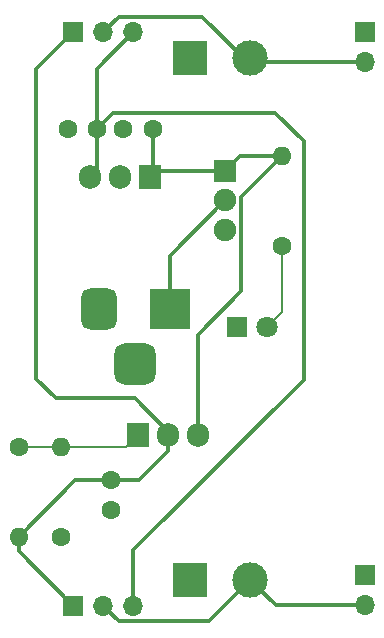
<source format=gtl>
%TF.GenerationSoftware,KiCad,Pcbnew,8.0.4*%
%TF.CreationDate,2025-01-30T18:37:50+05:30*%
%TF.ProjectId,Bread_board_power_supply,42726561-645f-4626-9f61-72645f706f77,1*%
%TF.SameCoordinates,Original*%
%TF.FileFunction,Copper,L1,Top*%
%TF.FilePolarity,Positive*%
%FSLAX46Y46*%
G04 Gerber Fmt 4.6, Leading zero omitted, Abs format (unit mm)*
G04 Created by KiCad (PCBNEW 8.0.4) date 2025-01-30 18:37:50*
%MOMM*%
%LPD*%
G01*
G04 APERTURE LIST*
G04 Aperture macros list*
%AMRoundRect*
0 Rectangle with rounded corners*
0 $1 Rounding radius*
0 $2 $3 $4 $5 $6 $7 $8 $9 X,Y pos of 4 corners*
0 Add a 4 corners polygon primitive as box body*
4,1,4,$2,$3,$4,$5,$6,$7,$8,$9,$2,$3,0*
0 Add four circle primitives for the rounded corners*
1,1,$1+$1,$2,$3*
1,1,$1+$1,$4,$5*
1,1,$1+$1,$6,$7*
1,1,$1+$1,$8,$9*
0 Add four rect primitives between the rounded corners*
20,1,$1+$1,$2,$3,$4,$5,0*
20,1,$1+$1,$4,$5,$6,$7,0*
20,1,$1+$1,$6,$7,$8,$9,0*
20,1,$1+$1,$8,$9,$2,$3,0*%
G04 Aperture macros list end*
%TA.AperFunction,ComponentPad*%
%ADD10C,1.600000*%
%TD*%
%TA.AperFunction,ComponentPad*%
%ADD11O,1.600000X1.600000*%
%TD*%
%TA.AperFunction,ComponentPad*%
%ADD12R,1.905000X2.000000*%
%TD*%
%TA.AperFunction,ComponentPad*%
%ADD13O,1.905000X2.000000*%
%TD*%
%TA.AperFunction,ComponentPad*%
%ADD14R,1.800000X1.800000*%
%TD*%
%TA.AperFunction,ComponentPad*%
%ADD15C,1.800000*%
%TD*%
%TA.AperFunction,ComponentPad*%
%ADD16R,3.500000X3.500000*%
%TD*%
%TA.AperFunction,ComponentPad*%
%ADD17RoundRect,0.750000X-0.750000X-1.000000X0.750000X-1.000000X0.750000X1.000000X-0.750000X1.000000X0*%
%TD*%
%TA.AperFunction,ComponentPad*%
%ADD18RoundRect,0.875000X-0.875000X-0.875000X0.875000X-0.875000X0.875000X0.875000X-0.875000X0.875000X0*%
%TD*%
%TA.AperFunction,ComponentPad*%
%ADD19R,1.700000X1.700000*%
%TD*%
%TA.AperFunction,ComponentPad*%
%ADD20O,1.700000X1.700000*%
%TD*%
%TA.AperFunction,ComponentPad*%
%ADD21R,3.000000X3.000000*%
%TD*%
%TA.AperFunction,ComponentPad*%
%ADD22C,3.000000*%
%TD*%
%TA.AperFunction,ComponentPad*%
%ADD23R,1.900000X1.900000*%
%TD*%
%TA.AperFunction,ComponentPad*%
%ADD24C,1.900000*%
%TD*%
%TA.AperFunction,Conductor*%
%ADD25C,0.350000*%
%TD*%
%TA.AperFunction,Conductor*%
%ADD26C,0.200000*%
%TD*%
G04 APERTURE END LIST*
D10*
%TO.P,C1,1*%
%TO.N,/12V*%
X84308000Y-56642000D03*
%TO.P,C1,2*%
%TO.N,GND*%
X81808000Y-56642000D03*
%TD*%
%TO.P,R1,1*%
%TO.N,Net-(U2-ADJ)*%
X72940000Y-83560000D03*
D11*
%TO.P,R1,2*%
%TO.N,/3P3V*%
X72940000Y-91180000D03*
%TD*%
D10*
%TO.P,R2,1*%
%TO.N,Net-(D1-A)*%
X95250000Y-66548000D03*
D11*
%TO.P,R2,2*%
%TO.N,/12V*%
X95250000Y-58928000D03*
%TD*%
D12*
%TO.P,U1,1,VI*%
%TO.N,/12V*%
X84074000Y-60706000D03*
D13*
%TO.P,U1,2,GND*%
%TO.N,GND*%
X81534000Y-60706000D03*
%TO.P,U1,3,VO*%
%TO.N,/5V*%
X78994000Y-60706000D03*
%TD*%
D10*
%TO.P,C2,1*%
%TO.N,/5V*%
X79590000Y-56660000D03*
%TO.P,C2,2*%
%TO.N,GND*%
X77090000Y-56660000D03*
%TD*%
%TO.P,R3,1*%
%TO.N,GND*%
X76570000Y-91180000D03*
D11*
%TO.P,R3,2*%
%TO.N,Net-(U2-ADJ)*%
X76570000Y-83560000D03*
%TD*%
D14*
%TO.P,D1,1,K*%
%TO.N,GND*%
X91440000Y-73406000D03*
D15*
%TO.P,D1,2,A*%
%TO.N,Net-(D1-A)*%
X93980000Y-73406000D03*
%TD*%
D16*
%TO.P,J7,1*%
%TO.N,/PWR_input*%
X85756000Y-71882000D03*
D17*
%TO.P,J7,2*%
%TO.N,GND*%
X79756000Y-71882000D03*
D18*
%TO.P,J7,3*%
X82756000Y-76582000D03*
%TD*%
D19*
%TO.P,J2,1,Pin_1*%
%TO.N,GND*%
X102250000Y-94420000D03*
D20*
%TO.P,J2,2,Pin_2*%
%TO.N,/PWR_OUT_BOT*%
X102250000Y-96960000D03*
%TD*%
D21*
%TO.P,J6,1,Pin_1*%
%TO.N,GND*%
X87490000Y-94810000D03*
D22*
%TO.P,J6,2,Pin_2*%
%TO.N,/PWR_OUT_BOT*%
X92570000Y-94810000D03*
%TD*%
D10*
%TO.P,C3,1*%
%TO.N,/3P3V*%
X80770000Y-86380000D03*
%TO.P,C3,2*%
%TO.N,GND*%
X80770000Y-88880000D03*
%TD*%
D21*
%TO.P,J5,1,Pin_1*%
%TO.N,GND*%
X87490000Y-50670000D03*
D22*
%TO.P,J5,2,Pin_2*%
%TO.N,/PWR_OUT_TOP*%
X92570000Y-50670000D03*
%TD*%
D23*
%TO.P,S1,1*%
%TO.N,/12V*%
X90424000Y-60198000D03*
D24*
%TO.P,S1,2*%
%TO.N,/PWR_input*%
X90424000Y-62698000D03*
%TO.P,S1,3*%
%TO.N,unconnected-(S1-Pad3)*%
X90424000Y-65198000D03*
%TD*%
D19*
%TO.P,J3,1,Pin_1*%
%TO.N,/3P3V*%
X77584000Y-48470000D03*
D20*
%TO.P,J3,2,Pin_2*%
%TO.N,/PWR_OUT_TOP*%
X80124000Y-48470000D03*
%TO.P,J3,3,Pin_3*%
%TO.N,/5V*%
X82664000Y-48470000D03*
%TD*%
D19*
%TO.P,J1,1,Pin_1*%
%TO.N,GND*%
X102250000Y-48430000D03*
D20*
%TO.P,J1,2,Pin_2*%
%TO.N,/PWR_OUT_TOP*%
X102250000Y-50970000D03*
%TD*%
D12*
%TO.P,U2,1,ADJ*%
%TO.N,Net-(U2-ADJ)*%
X83060000Y-82530000D03*
D13*
%TO.P,U2,2,VO*%
%TO.N,/3P3V*%
X85600000Y-82530000D03*
%TO.P,U2,3,VI*%
%TO.N,/12V*%
X88140000Y-82530000D03*
%TD*%
D19*
%TO.P,J4,1,Pin_1*%
%TO.N,/3P3V*%
X77584000Y-97010000D03*
D20*
%TO.P,J4,2,Pin_2*%
%TO.N,/PWR_OUT_BOT*%
X80124000Y-97010000D03*
%TO.P,J4,3,Pin_3*%
%TO.N,/5V*%
X82664000Y-97010000D03*
%TD*%
D25*
%TO.N,/PWR_OUT_BOT*%
X89095000Y-98285000D02*
X92570000Y-94810000D01*
X81399000Y-98285000D02*
X89095000Y-98285000D01*
X80124000Y-97010000D02*
X81399000Y-98285000D01*
D26*
%TO.N,Net-(U2-ADJ)*%
X82030000Y-83560000D02*
X83060000Y-82530000D01*
X76570000Y-83560000D02*
X82030000Y-83560000D01*
X72940000Y-83560000D02*
X76570000Y-83560000D01*
D25*
%TO.N,/3P3V*%
X74450000Y-51604000D02*
X77584000Y-48470000D01*
X74450000Y-77800000D02*
X74450000Y-51604000D01*
X82782500Y-79450000D02*
X76100000Y-79450000D01*
X85600000Y-82530000D02*
X85600000Y-82267500D01*
X85600000Y-82267500D02*
X82782500Y-79450000D01*
X76100000Y-79450000D02*
X74450000Y-77800000D01*
%TO.N,/5V*%
X82650000Y-48470000D02*
X82664000Y-48470000D01*
X79590000Y-51530000D02*
X82650000Y-48470000D01*
X79590000Y-56660000D02*
X79590000Y-51530000D01*
X97105000Y-57695000D02*
X94690000Y-55280000D01*
X97105000Y-77875000D02*
X97105000Y-57695000D01*
X80970000Y-55280000D02*
X79590000Y-56660000D01*
X82664000Y-92316000D02*
X97105000Y-77875000D01*
X94690000Y-55280000D02*
X80970000Y-55280000D01*
X82664000Y-97010000D02*
X82664000Y-92316000D01*
%TO.N,/PWR_OUT_TOP*%
X92000000Y-50670000D02*
X92570000Y-50670000D01*
%TO.N,/PWR_OUT_BOT*%
X94720000Y-96960000D02*
X92570000Y-94810000D01*
X102250000Y-96960000D02*
X94720000Y-96960000D01*
%TO.N,/5V*%
X79590000Y-60110000D02*
X79590000Y-56660000D01*
X78994000Y-60706000D02*
X79590000Y-60110000D01*
%TO.N,/12V*%
X84582000Y-60198000D02*
X84074000Y-60706000D01*
X90424000Y-60198000D02*
X84582000Y-60198000D01*
X88140000Y-74056000D02*
X88140000Y-82530000D01*
X91799000Y-62379000D02*
X91799000Y-70397000D01*
X91799000Y-70397000D02*
X88140000Y-74056000D01*
X95250000Y-58928000D02*
X91799000Y-62379000D01*
%TO.N,/3P3V*%
X85600000Y-83880000D02*
X85600000Y-82530000D01*
X80770000Y-86380000D02*
X83100000Y-86380000D01*
X83100000Y-86380000D02*
X85600000Y-83880000D01*
X72940000Y-91180000D02*
X77740000Y-86380000D01*
X77740000Y-86380000D02*
X80770000Y-86380000D01*
X72940000Y-92366000D02*
X72940000Y-91180000D01*
X77584000Y-97010000D02*
X72940000Y-92366000D01*
%TO.N,/PWR_input*%
X85756000Y-67366000D02*
X85756000Y-71882000D01*
X90424000Y-62698000D02*
X85756000Y-67366000D01*
%TO.N,/12V*%
X84308000Y-60472000D02*
X84074000Y-60706000D01*
X84308000Y-56642000D02*
X84308000Y-60472000D01*
%TO.N,/PWR_OUT_TOP*%
X102250000Y-50970000D02*
X92870000Y-50970000D01*
X92870000Y-50970000D02*
X92570000Y-50670000D01*
D26*
%TO.N,Net-(D1-A)*%
X95250000Y-72136000D02*
X95250000Y-66548000D01*
X93980000Y-73406000D02*
X95250000Y-72136000D01*
D25*
%TO.N,/12V*%
X91694000Y-58928000D02*
X90424000Y-60198000D01*
X95250000Y-58928000D02*
X91694000Y-58928000D01*
%TO.N,/PWR_OUT_TOP*%
X88490000Y-47160000D02*
X92000000Y-50670000D01*
X80124000Y-48470000D02*
X81434000Y-47160000D01*
X81434000Y-47160000D02*
X88490000Y-47160000D01*
%TD*%
M02*

</source>
